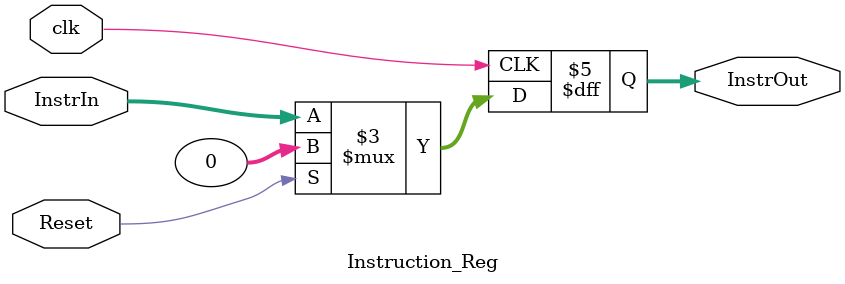
<source format=v>
`timescale 1ns / 1ps
module Instruction_Reg(InstrIn,Reset,clk,InstrOut);

// Parameterizing.
parameter in_out_width = 32;

// Declaring Inputs.
input [in_out_width-1:0] InstrIn;
input Reset, clk;

// Declaring Outputs.
output [in_out_width-1:0] InstrOut;
reg [in_out_width-1:0] InstrOut;

always@(posedge clk)						// USed To Check Positive Edge Of The Clock.
	begin
		if(Reset)							// If Reset Is High Then Output Of FlipFlop Will Be 0.
			InstrOut <= 0;
		else
			InstrOut <= InstrIn;			// If Reset Is Low Then Output Of FlipFlop Will Be InstrIn.
	end

endmodule
</source>
